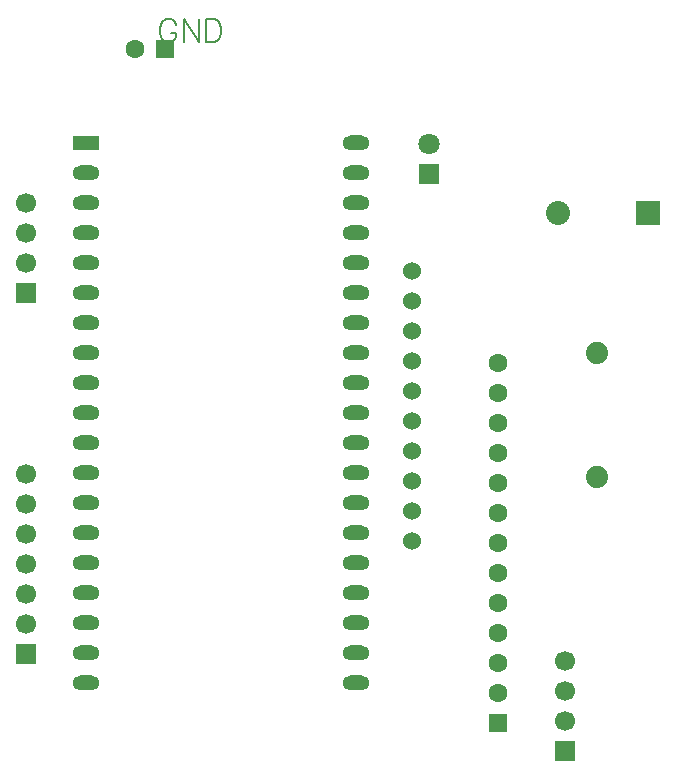
<source format=gtl>
G04 Layer: TopLayer*
G04 EasyEDA v6.5.23, 2023-06-13 11:48:38*
G04 e563b856323e489fb497cbcb29ae2dd2,10*
G04 Gerber Generator version 0.2*
G04 Scale: 100 percent, Rotated: No, Reflected: No *
G04 Dimensions in millimeters *
G04 leading zeros omitted , absolute positions ,4 integer and 5 decimal *
%FSLAX45Y45*%
%MOMM*%

%ADD10C,0.2032*%
%ADD11C,1.5240*%
%ADD12C,1.8796*%
%ADD13R,2.0320X2.0320*%
%ADD14C,2.0320*%
%ADD15R,2.2860X1.2700*%
%ADD16O,2.286X1.27*%
%ADD17C,1.6000*%
%ADD18R,1.6000X1.6000*%
%ADD19R,1.7000X1.7000*%
%ADD20C,1.7000*%
%ADD21R,1.8000X1.8000*%
%ADD22C,1.8000*%

%LPD*%
D10*
X1522729Y6813550D02*
G01*
X1513586Y6832092D01*
X1495044Y6850634D01*
X1476755Y6859778D01*
X1439671Y6859778D01*
X1421129Y6850634D01*
X1402842Y6832092D01*
X1393444Y6813550D01*
X1384300Y6785863D01*
X1384300Y6739889D01*
X1393444Y6711950D01*
X1402842Y6693662D01*
X1421129Y6675120D01*
X1439671Y6665976D01*
X1476755Y6665976D01*
X1495044Y6675120D01*
X1513586Y6693662D01*
X1522729Y6711950D01*
X1522729Y6739889D01*
X1476755Y6739889D02*
G01*
X1522729Y6739889D01*
X1583689Y6859778D02*
G01*
X1583689Y6665976D01*
X1583689Y6859778D02*
G01*
X1713229Y6665976D01*
X1713229Y6859778D02*
G01*
X1713229Y6665976D01*
X1774189Y6859778D02*
G01*
X1774189Y6665976D01*
X1774189Y6859778D02*
G01*
X1838705Y6859778D01*
X1866392Y6850634D01*
X1884934Y6832092D01*
X1894078Y6813550D01*
X1903476Y6785863D01*
X1903476Y6739889D01*
X1894078Y6711950D01*
X1884934Y6693662D01*
X1866392Y6675120D01*
X1838705Y6665976D01*
X1774189Y6665976D01*
D11*
G01*
X3519982Y2438984D03*
G01*
X3519982Y4724984D03*
G01*
X3519982Y4470984D03*
G01*
X3519982Y4216984D03*
G01*
X3519982Y3962984D03*
G01*
X3519982Y3708984D03*
G01*
X3519982Y3454984D03*
G01*
X3519982Y3200984D03*
G01*
X3519982Y2946984D03*
G01*
X3519982Y2692984D03*
D12*
G01*
X5080000Y2980207D03*
G01*
X5080000Y4030192D03*
D13*
G01*
X5511800Y5219700D03*
D14*
G01*
X4750790Y5219700D03*
D15*
G01*
X756996Y5808979D03*
D16*
G01*
X756996Y5554979D03*
G01*
X756996Y5300979D03*
G01*
X756996Y5046979D03*
G01*
X756996Y4792979D03*
G01*
X756996Y4538979D03*
G01*
X756996Y4284979D03*
G01*
X756996Y4030979D03*
G01*
X756996Y3776979D03*
G01*
X756996Y3522979D03*
G01*
X756996Y3268979D03*
G01*
X756996Y3014979D03*
G01*
X756996Y2760979D03*
G01*
X756996Y2506979D03*
G01*
X756996Y2252979D03*
G01*
X756996Y1998979D03*
G01*
X756996Y1744979D03*
G01*
X756996Y1490979D03*
G01*
X756996Y1236979D03*
G01*
X3042996Y1236979D03*
G01*
X3042996Y1490979D03*
G01*
X3042996Y1744979D03*
G01*
X3042996Y1998979D03*
G01*
X3042996Y2252979D03*
G01*
X3042996Y2506979D03*
G01*
X3042996Y2760979D03*
G01*
X3042996Y3014979D03*
G01*
X3042996Y3268979D03*
G01*
X3042996Y3522979D03*
G01*
X3042996Y3776979D03*
G01*
X3042996Y4030979D03*
G01*
X3042996Y4284979D03*
G01*
X3042996Y4538979D03*
G01*
X3042996Y4792979D03*
G01*
X3042996Y5046979D03*
G01*
X3042996Y5300979D03*
G01*
X3042996Y5554979D03*
G01*
X3042996Y5808979D03*
D17*
G01*
X1175004Y6604000D03*
D18*
G01*
X1424990Y6604000D03*
D19*
G01*
X4813300Y660400D03*
D20*
G01*
X4813325Y914400D03*
G01*
X4813325Y1168400D03*
G01*
X4813325Y1422400D03*
D18*
G01*
X4241800Y901700D03*
D17*
G01*
X4241800Y1155700D03*
G01*
X4241800Y1409700D03*
G01*
X4241800Y1663700D03*
G01*
X4241800Y1917700D03*
G01*
X4241800Y2171700D03*
G01*
X4241800Y2425700D03*
G01*
X4241800Y2679700D03*
G01*
X4241800Y2933700D03*
G01*
X4241800Y3187700D03*
G01*
X4241800Y3441700D03*
G01*
X4241800Y3695700D03*
G01*
X4241800Y3949700D03*
D21*
G01*
X3657600Y5552998D03*
D22*
G01*
X3657600Y5806998D03*
D19*
G01*
X249986Y1487982D03*
D20*
G01*
X250012Y1741982D03*
G01*
X250012Y1995982D03*
G01*
X250012Y2249982D03*
G01*
X250012Y2503982D03*
G01*
X250012Y2757982D03*
G01*
X250012Y3011982D03*
D19*
G01*
X249986Y4543983D03*
D20*
G01*
X250012Y4797983D03*
G01*
X250012Y5051983D03*
G01*
X250012Y5305983D03*
M02*

</source>
